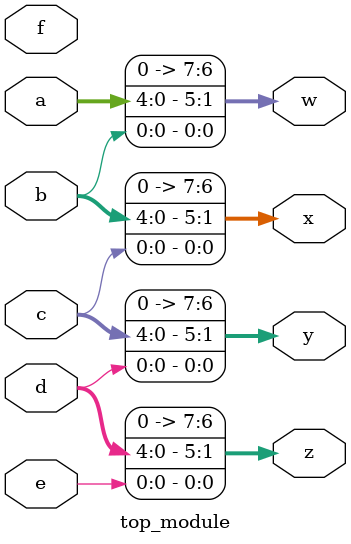
<source format=sv>
module top_module (
	input [4:0] a,
	input [4:0] b,
	input [4:0] c,
	input [4:0] d,
	input [4:0] e,
	input [4:0] f,
	output [7:0] w,
	output [7:0] x,
	output [7:0] y,
	output [7:0] z
);
	assign w = {a, b[0]};
	assign x = {b, c[0]};
	assign y = {c, d[0]};
	assign z = {d, e[0]};
endmodule

</source>
